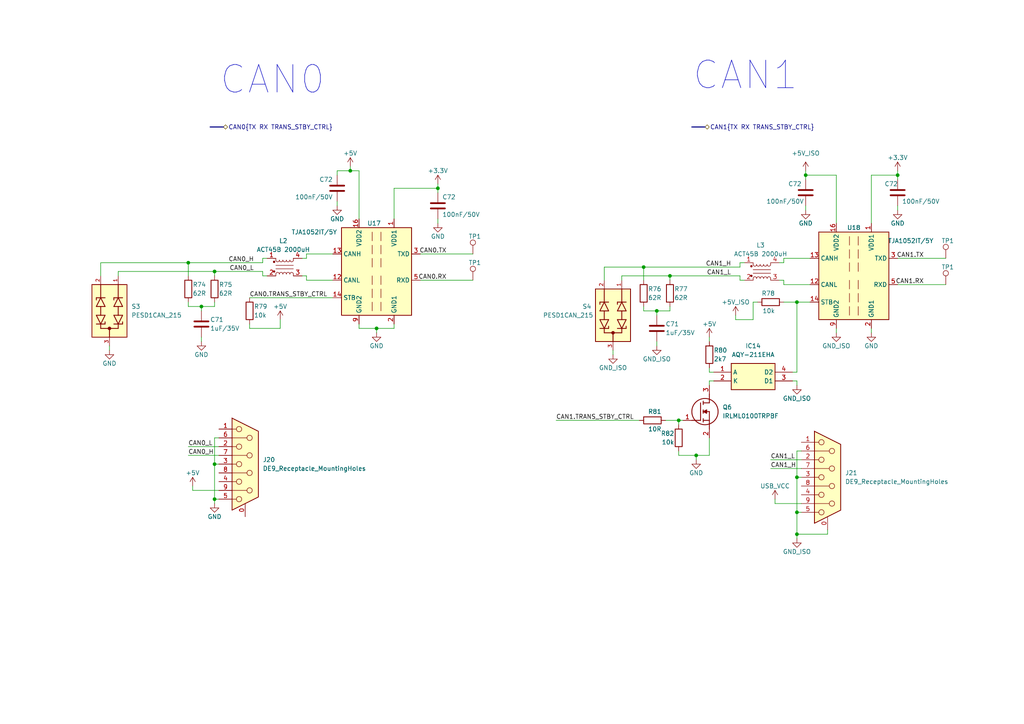
<source format=kicad_sch>
(kicad_sch (version 20230121) (generator eeschema)
  (paper "A4")
  (lib_symbols
    (symbol "+5V_ISO_1" (power) (in_bom no) (on_board no)
      (property "Value" "+5V_ISO_1" (at 0 3.81 0))
      (symbol "+5V_ISO_1_0_1"
        (polyline (pts (xy -0.762 1.27) (xy 0 2.54)))
        (polyline (pts (xy 0 0) (xy 0 2.54)))
        (polyline (pts (xy 0 2.54) (xy 0.762 1.27)))
      )
      (symbol "+5V_ISO_1_1_1"
        (pin power_in line (at 0 0 90) (length 0) hide (name "+5V_ISO") (number "1"))
      )
    )
    (symbol "+5V_ISO_2" (power) (in_bom no) (on_board no)
      (property "Value" "+5V_ISO_2" (at 0 3.81 0))
      (symbol "+5V_ISO_2_0_1"
        (polyline (pts (xy -0.762 1.27) (xy 0 2.54)))
        (polyline (pts (xy 0 0) (xy 0 2.54)))
        (polyline (pts (xy 0 2.54) (xy 0.762 1.27)))
      )
      (symbol "+5V_ISO_2_1_1"
        (pin power_in line (at 0 0 90) (length 0) hide (name "+5V_ISO") (number "1"))
      )
    )
    (symbol "AQY-211EHA:AQY-211EHA"
      (property "Reference" "IC" (at 19.05 7.62 0))
      (property "Value" "AQY-211EHA" (at 19.05 5.08 0))
      (symbol "AQY-211EHA_1_1"
        (rectangle (start 5.08 2.54) (end 17.78 -5.08) (stroke (width 0.254)) (fill (type background)))
        (pin passive line (at 0 0 0) (length 5.08) (name "A") (number "1"))
        (pin passive line (at 0 -2.54 0) (length 5.08) (name "K") (number "2"))
        (pin passive line (at 22.86 -2.54 180) (length 5.08) (name "D1") (number "3"))
        (pin passive line (at 22.86 0 180) (length 5.08) (name "D2") (number "4"))
      )
    )
    (symbol "Connector:DE9_Receptacle_MountingHoles" (pin_names (offset 1.016) hide)
      (property "Reference" "J" (at 0 16.51 0))
      (property "Value" "DE9_Receptacle_MountingHoles" (at 0 14.605 0))
      (symbol "DE9_Receptacle_MountingHoles_0_1"
        (circle (center -1.778 -10.16) (radius 0.762))
        (circle (center -1.778 -5.08) (radius 0.762))
        (circle (center -1.778 0) (radius 0.762))
        (circle (center -1.778 5.08) (radius 0.762))
        (circle (center -1.778 10.16) (radius 0.762))
        (polyline (pts (xy -3.81 -10.16) (xy -2.54 -10.16)))
        (polyline (pts (xy -3.81 -7.62) (xy 0.508 -7.62)))
        (polyline (pts (xy -3.81 -5.08) (xy -2.54 -5.08)))
        (polyline (pts (xy -3.81 -2.54) (xy 0.508 -2.54)))
        (polyline (pts (xy -3.81 0) (xy -2.54 0)))
        (polyline (pts (xy -3.81 2.54) (xy 0.508 2.54)))
        (polyline (pts (xy -3.81 5.08) (xy -2.54 5.08)))
        (polyline (pts (xy -3.81 7.62) (xy 0.508 7.62)))
        (polyline (pts (xy -3.81 10.16) (xy -2.54 10.16)))
        (polyline (pts (xy -3.81 13.335) (xy -3.81 -13.335) (xy 3.81 -9.525) (xy 3.81 9.525) (xy -3.81 13.335)) (stroke (width 0.254)) (fill (type background)))
        (circle (center 1.27 -7.62) (radius 0.762))
        (circle (center 1.27 -2.54) (radius 0.762))
        (circle (center 1.27 2.54) (radius 0.762))
        (circle (center 1.27 7.62) (radius 0.762))
      )
      (symbol "DE9_Receptacle_MountingHoles_1_1"
        (pin passive line (at 0 -15.24 90) (length 3.81) (name "PAD") (number "0"))
        (pin passive line (at -7.62 10.16 0) (length 3.81) (name "1") (number "1"))
        (pin passive line (at -7.62 5.08 0) (length 3.81) (name "2") (number "2"))
        (pin passive line (at -7.62 0 0) (length 3.81) (name "3") (number "3"))
        (pin passive line (at -7.62 -5.08 0) (length 3.81) (name "4") (number "4"))
        (pin passive line (at -7.62 -10.16 0) (length 3.81) (name "5") (number "5"))
        (pin passive line (at -7.62 7.62 0) (length 3.81) (name "6") (number "6"))
        (pin passive line (at -7.62 2.54 0) (length 3.81) (name "7") (number "7"))
        (pin passive line (at -7.62 -2.54 0) (length 3.81) (name "8") (number "8"))
        (pin passive line (at -7.62 -7.62 0) (length 3.81) (name "9") (number "9"))
      )
    )
    (symbol "Connector:TestPoint" (pin_numbers hide) (pin_names (offset 0.762) hide)
      (property "Reference" "TP" (at 0 6.858 0))
      (property "Value" "TestPoint" (at 0 5.08 0))
      (symbol "TestPoint_0_1"
        (circle (center 0 3.302) (radius 0.762))
      )
      (symbol "TestPoint_1_1"
        (pin passive line (at 0 0 90) (length 2.54) (name "1") (number "1"))
      )
    )
    (symbol "Device:C" (pin_numbers hide) (pin_names (offset 0.254))
      (property "Reference" "C" (at 0.635 2.54 0))
      (property "Value" "C" (at 0.635 -2.54 0))
      (symbol "C_0_1"
        (polyline (pts (xy -2.032 -0.762) (xy 2.032 -0.762)) (stroke (width 0.508)))
        (polyline (pts (xy -2.032 0.762) (xy 2.032 0.762)) (stroke (width 0.508)))
      )
      (symbol "C_1_1"
        (pin passive line (at 0 3.81 270) (length 2.794) (name "~") (number "1"))
        (pin passive line (at 0 -3.81 90) (length 2.794) (name "~") (number "2"))
      )
    )
    (symbol "Device:L_Iron_Coupled_1423" (pin_names (offset 0.254) hide)
      (property "Reference" "L" (at 0 4.445 0))
      (property "Value" "L_Iron_Coupled_1423" (at 0 -4.445 0))
      (symbol "L_Iron_Coupled_1423_0_1"
        (circle (center -3.048 -1.27) (radius 0.254) (fill (type outline)))
        (circle (center -3.048 1.524) (radius 0.254) (fill (type outline)))
        (arc (start -2.54 2.032) (mid -2.032 1.5262) (end -1.524 2.032))
        (arc (start -1.524 -2.032) (mid -2.032 -1.5262) (end -2.54 -2.032))
        (arc (start -1.524 2.032) (mid -1.016 1.5262) (end -0.508 2.032))
        (arc (start -0.508 -2.032) (mid -1.016 -1.5262) (end -1.524 -2.032))
        (arc (start -0.508 2.032) (mid 0 1.5262) (end 0.508 2.032))
        (polyline (pts (xy -2.54 -2.032) (xy -2.54 -2.54)))
        (polyline (pts (xy -2.54 0.508) (xy 2.54 0.508)))
        (polyline (pts (xy -2.54 2.032) (xy -2.54 2.54)))
        (polyline (pts (xy 2.54 -2.032) (xy 2.54 -2.54)))
        (polyline (pts (xy 2.54 -0.508) (xy -2.54 -0.508)))
        (polyline (pts (xy 2.54 2.54) (xy 2.54 2.032)))
        (arc (start 0.508 -2.032) (mid 0 -1.5262) (end -0.508 -2.032))
        (arc (start 0.508 2.032) (mid 1.016 1.5262) (end 1.524 2.032))
        (arc (start 1.524 -2.032) (mid 1.016 -1.5262) (end 0.508 -2.032))
        (arc (start 1.524 2.032) (mid 2.032 1.5262) (end 2.54 2.032))
        (arc (start 2.54 -2.032) (mid 2.032 -1.5262) (end 1.524 -2.032))
      )
      (symbol "L_Iron_Coupled_1423_1_1"
        (pin passive line (at -5.08 2.54 0) (length 2.54) (name "1") (number "1"))
        (pin passive line (at -5.08 -2.54 0) (length 2.54) (name "2") (number "2"))
        (pin passive line (at 5.08 -2.54 180) (length 2.54) (name "3") (number "3"))
        (pin passive line (at 5.08 2.54 180) (length 2.54) (name "4") (number "4"))
      )
    )
    (symbol "Device:R" (pin_numbers hide) (pin_names (offset 0))
      (property "Reference" "R" (at 2.032 0 90))
      (property "Value" "R" (at 0 0 90))
      (symbol "R_0_1"
        (rectangle (start -1.016 -2.54) (end 1.016 2.54) (stroke (width 0.254)))
      )
      (symbol "R_1_1"
        (pin passive line (at 0 3.81 270) (length 1.27) (name "~") (number "1"))
        (pin passive line (at 0 -3.81 90) (length 1.27) (name "~") (number "2"))
      )
    )
    (symbol "GND_ISO_1" (power) (in_bom no) (on_board no)
      (property "Value" "GND_ISO_1" (at 0 -3.81 0))
      (symbol "GND_ISO_1_0_1"
        (polyline (pts (xy 0 0) (xy 0 -1.27) (xy 1.27 -1.27) (xy 0 -2.54) (xy -1.27 -1.27) (xy 0 -1.27)))
      )
      (symbol "GND_ISO_1_1_1"
        (pin power_in line (at 0 0 270) (length 0) hide (name "GND_ISO") (number "1"))
      )
    )
    (symbol "IRLML0100TRPBF:IRLML0100TRPBF" (pin_names hide)
      (property "Reference" "Q" (at 11.43 3.81 0))
      (property "Value" "IRLML0100TRPBF" (at 11.43 1.27 0))
      (symbol "IRLML0100TRPBF_1_1"
        (polyline (pts (xy 2.54 0) (xy 5.08 0)) (stroke (width 0.254)))
        (polyline (pts (xy 5.08 5.08) (xy 5.08 0)) (stroke (width 0.254)))
        (polyline (pts (xy 5.842 -0.508) (xy 5.842 0.508)) (stroke (width 0.254)))
        (polyline (pts (xy 5.842 0) (xy 7.62 0)) (stroke (width 0.254)))
        (polyline (pts (xy 5.842 2.032) (xy 5.842 3.048)) (stroke (width 0.254)))
        (polyline (pts (xy 5.842 5.588) (xy 5.842 4.572)) (stroke (width 0.254)))
        (polyline (pts (xy 7.62 2.54) (xy 5.842 2.54)) (stroke (width 0.254)))
        (polyline (pts (xy 7.62 2.54) (xy 7.62 -2.54)) (stroke (width 0.254)))
        (polyline (pts (xy 7.62 5.08) (xy 5.842 5.08)) (stroke (width 0.254)))
        (polyline (pts (xy 7.62 5.08) (xy 7.62 7.62)) (stroke (width 0.254)))
        (polyline (pts (xy 5.842 2.54) (xy 6.858 3.048) (xy 6.858 2.032) (xy 5.842 2.54)) (stroke (width 0.254)) (fill (type outline)))
        (circle (center 6.35 2.54) (radius 3.81) (stroke (width 0.254)))
        (pin passive line (at 0 0 0) (length 2.54) (name "G") (number "1"))
        (pin passive line (at 7.62 -5.08 90) (length 2.54) (name "S") (number "2"))
        (pin passive line (at 7.62 10.16 270) (length 2.54) (name "D") (number "3"))
      )
    )
    (symbol "Interface_CAN_LIN:TJA1052i-5"
      (property "Reference" "U" (at -10.16 13.97 0))
      (property "Value" "TJA1052i-5" (at 17.78 13.97 0))
      (symbol "TJA1052i-5_0_1"
        (rectangle (start -10.16 12.7) (end 10.16 -12.7) (stroke (width 0.254)) (fill (type background)))
        (polyline (pts (xy -1.27 -11.43) (xy -1.27 -8.89)))
        (polyline (pts (xy -1.27 3.81) (xy -1.27 1.27)))
        (polyline (pts (xy -1.27 7.62) (xy -1.27 5.08)))
        (polyline (pts (xy -1.27 11.43) (xy -1.27 8.89)))
        (polyline (pts (xy 1.27 -11.43) (xy 1.27 -8.89)))
        (polyline (pts (xy 1.27 -7.62) (xy 1.27 -5.08)))
        (polyline (pts (xy 1.27 -3.81) (xy 1.27 -1.27)))
        (polyline (pts (xy 1.27 1.27) (xy 1.27 3.81)))
        (polyline (pts (xy 1.27 5.08) (xy 1.27 7.62)))
        (polyline (pts (xy 1.27 8.89) (xy 1.27 11.43)))
        (polyline (pts (xy -1.27 -7.62) (xy -1.27 -6.35) (xy -1.27 -5.08)))
        (polyline (pts (xy -1.27 -3.81) (xy -1.27 -2.54) (xy -1.27 -1.27)))
      )
      (symbol "TJA1052i-5_1_1"
        (pin power_in line (at -5.08 15.24 270) (length 2.54) (name "VDD1") (number "1"))
        (pin passive line (at 5.08 -15.24 90) (length 2.54) hide (name "GND2") (number "10"))
        (pin passive line (at 5.08 15.24 270) (length 2.54) hide (name "VDD2") (number "11"))
        (pin bidirectional line (at 12.7 -2.54 180) (length 2.54) (name "CANL") (number "12"))
        (pin bidirectional line (at 12.7 5.08 180) (length 2.54) (name "CANH") (number "13"))
        (pin input line (at 12.7 -7.62 180) (length 2.54) (name "STB") (number "14"))
        (pin passive line (at 5.08 -15.24 90) (length 2.54) hide (name "GND2") (number "15"))
        (pin power_in line (at 5.08 15.24 270) (length 2.54) (name "VDD2") (number "16"))
        (pin power_in line (at -5.08 -15.24 90) (length 2.54) (name "GND1") (number "2"))
        (pin input line (at -12.7 5.08 0) (length 2.54) (name "TXD") (number "3"))
        (pin no_connect line (at -10.16 -7.62 0) (length 2.54) hide (name "NC") (number "4"))
        (pin output line (at -12.7 -2.54 0) (length 2.54) (name "RXD") (number "5"))
        (pin no_connect line (at -10.16 -10.16 0) (length 2.54) hide (name "NC") (number "6"))
        (pin passive line (at -5.08 -15.24 90) (length 2.54) hide (name "GND1") (number "7"))
        (pin passive line (at -5.08 -15.24 90) (length 2.54) hide (name "GND1") (number "8"))
        (pin power_in line (at 5.08 -15.24 90) (length 2.54) (name "GND2") (number "9"))
      )
    )
    (symbol "PESD1CAN_215:PESD1CAN_215" (pin_names (offset 1.016))
      (property "Reference" "S" (at -7.62 6.35 0))
      (property "Value" "PESD1CAN_215" (at -7.62 -10.16 0))
      (symbol "PESD1CAN_215_0_0"
        (rectangle (start -7.62 -5.08) (end 7.62 5.08) (stroke (width 0.254)) (fill (type background)))
        (polyline (pts (xy -7.62 -2.54) (xy -3.81 -2.54)) (stroke (width 0.254)))
        (polyline (pts (xy -7.62 2.54) (xy -3.81 2.54)) (stroke (width 0.254)))
        (polyline (pts (xy -3.81 -3.81) (xy -3.81 -2.54)) (stroke (width 0.254)))
        (polyline (pts (xy -3.81 -2.54) (xy -3.81 -1.27)) (stroke (width 0.254)))
        (polyline (pts (xy -3.81 -2.54) (xy -1.27 -3.81)) (stroke (width 0.254)))
        (polyline (pts (xy -3.81 1.27) (xy -3.81 2.54)) (stroke (width 0.254)))
        (polyline (pts (xy -3.81 2.54) (xy -3.81 3.81)) (stroke (width 0.254)))
        (polyline (pts (xy -3.81 2.54) (xy -1.27 1.27)) (stroke (width 0.254)))
        (polyline (pts (xy -3.175 -3.81) (xy -3.81 -3.81)) (stroke (width 0.254)))
        (polyline (pts (xy -3.175 1.27) (xy -3.81 1.27)) (stroke (width 0.254)))
        (polyline (pts (xy -1.27 -3.81) (xy -1.27 -2.54)) (stroke (width 0.254)))
        (polyline (pts (xy -1.27 -2.54) (xy -1.27 -1.27)) (stroke (width 0.254)))
        (polyline (pts (xy -1.27 -2.54) (xy 1.27 -2.54)) (stroke (width 0.254)))
        (polyline (pts (xy -1.27 -1.27) (xy -3.81 -2.54)) (stroke (width 0.254)))
        (polyline (pts (xy -1.27 1.27) (xy -1.27 2.54)) (stroke (width 0.254)))
        (polyline (pts (xy -1.27 2.54) (xy -1.27 3.81)) (stroke (width 0.254)))
        (polyline (pts (xy -1.27 2.54) (xy 1.27 2.54)) (stroke (width 0.254)))
        (polyline (pts (xy -1.27 3.81) (xy -3.81 2.54)) (stroke (width 0.254)))
        (polyline (pts (xy 1.27 -3.81) (xy 3.81 -2.54)) (stroke (width 0.254)))
        (polyline (pts (xy 1.27 -2.54) (xy 1.27 -3.81)) (stroke (width 0.254)))
        (polyline (pts (xy 1.27 -1.27) (xy 1.27 -2.54)) (stroke (width 0.254)))
        (polyline (pts (xy 1.27 1.27) (xy 3.81 2.54)) (stroke (width 0.254)))
        (polyline (pts (xy 1.27 2.54) (xy 1.27 1.27)) (stroke (width 0.254)))
        (polyline (pts (xy 1.27 3.81) (xy 1.27 2.54)) (stroke (width 0.254)))
        (polyline (pts (xy 3.175 -1.27) (xy 3.81 -1.27)) (stroke (width 0.254)))
        (polyline (pts (xy 3.175 3.81) (xy 3.81 3.81)) (stroke (width 0.254)))
        (polyline (pts (xy 3.81 -2.54) (xy 1.27 -1.27)) (stroke (width 0.254)))
        (polyline (pts (xy 3.81 -2.54) (xy 3.81 -3.81)) (stroke (width 0.254)))
        (polyline (pts (xy 3.81 -1.27) (xy 3.81 -2.54)) (stroke (width 0.254)))
        (polyline (pts (xy 3.81 2.54) (xy 1.27 3.81)) (stroke (width 0.254)))
        (polyline (pts (xy 3.81 2.54) (xy 3.81 1.27)) (stroke (width 0.254)))
        (polyline (pts (xy 3.81 3.81) (xy 3.81 2.54)) (stroke (width 0.254)))
        (polyline (pts (xy 5.08 -2.54) (xy 3.81 -2.54)) (stroke (width 0.254)))
        (polyline (pts (xy 5.08 0) (xy 5.08 -2.54)) (stroke (width 0.254)))
        (polyline (pts (xy 5.08 0) (xy 7.62 0)) (stroke (width 0.254)))
        (polyline (pts (xy 5.08 2.54) (xy 3.81 2.54)) (stroke (width 0.254)))
        (polyline (pts (xy 5.08 2.54) (xy 5.08 0)) (stroke (width 0.254)))
        (circle (center 5.08 0) (radius 0.254) (stroke (width 0.508)))
        (pin passive line (at -10.16 2.54 0) (length 2.54) (name "~") (number "1"))
        (pin passive line (at -10.16 -2.54 0) (length 2.54) (name "~") (number "2"))
        (pin passive line (at 10.16 0 180) (length 2.54) (name "~") (number "3"))
      )
    )
    (symbol "bmsPower_Symbols:+3V3_0" (power) (in_bom no) (on_board no)
      (property "Value" "+3V3_0" (at 0 3.302 0))
      (symbol "+3V3_0_0_1"
        (polyline (pts (xy -0.762 1.27) (xy 0 2.54)))
        (polyline (pts (xy 0 0) (xy 0 2.54)))
        (polyline (pts (xy 0 2.54) (xy 0.762 1.27)))
      )
      (symbol "+3V3_0_1_1"
        (pin power_in line (at 0 0 90) (length 0) hide (name "+3.3V") (number "1"))
      )
    )
    (symbol "bmsPower_Symbols:+5V_ISO" (power) (in_bom no) (on_board no)
      (property "Value" "+5V_ISO" (at 0 3.302 0))
      (symbol "+5V_ISO_0_1"
        (polyline (pts (xy -0.762 1.27) (xy 0 2.54)))
        (polyline (pts (xy 0 0) (xy 0 2.54)))
        (polyline (pts (xy 0 2.54) (xy 0.762 1.27)))
      )
      (symbol "+5V_ISO_1_1"
        (pin power_in line (at 0 0 90) (length 0) hide (name "USB_VCC") (number "1"))
      )
    )
    (symbol "bmsPower_Symbols:GND_0" (power) (in_bom no) (on_board no)
      (property "Value" "GND_0" (at 0 -4.064 0))
      (symbol "GND_0_0_1"
        (polyline (pts (xy 0 0) (xy 0 -1.27) (xy 1.27 -1.27) (xy 0 -2.54) (xy -1.27 -1.27) (xy 0 -1.27)))
      )
      (symbol "GND_0_1_1"
        (pin power_in line (at 0 0 270) (length 0) hide (name "GND") (number "1"))
      )
    )
    (symbol "bmsPower_Symbols:GND_ISO" (power) (in_bom no) (on_board no)
      (property "Value" "GND_ISO" (at 0 -4.064 0))
      (symbol "GND_ISO_0_1"
        (polyline (pts (xy 0 0) (xy 0 -1.27) (xy 1.27 -1.27) (xy 0 -2.54) (xy -1.27 -1.27) (xy 0 -1.27)))
      )
      (symbol "GND_ISO_1_1"
        (pin power_in line (at 0 0 270) (length 0) hide (name "GND") (number "1"))
      )
    )
    (symbol "power:+5V" (power) (pin_names (offset 0))
      (property "Value" "+5V" (at 0 3.556 0))
      (symbol "+5V_0_1"
        (polyline (pts (xy -0.762 1.27) (xy 0 2.54)))
        (polyline (pts (xy 0 0) (xy 0 2.54)))
        (polyline (pts (xy 0 2.54) (xy 0.762 1.27)))
      )
      (symbol "+5V_1_1"
        (pin power_in line (at 0 0 90) (length 0) hide (name "+5V") (number "1"))
      )
    )
  )
  (junction (at 62.23 134.62))
  (junction (at 54.61 76.2))
  (junction (at 109.22 95.25))
  (junction (at 101.6 49.53))
  (junction (at 233.68 50.8))
  (junction (at 58.42 88.9))
  (junction (at 260.35 50.8))
  (junction (at 62.23 78.74))
  (junction (at 186.69 77.47))
  (junction (at 194.31 80.01))
  (junction (at 231.14 154.94))
  (junction (at 231.14 87.63))
  (junction (at 62.23 144.78))
  (junction (at 190.5 90.17))
  (junction (at 127 54.61))
  (junction (at 196.85 121.92))
  (junction (at 201.93 132.08))
  (junction (at 231.14 148.59))
  (junction (at 231.14 138.43))
  (wire (pts (xy 109.22 95.25) (xy 114.3 95.25)))
  (wire (pts (xy 76.2 80.01) (xy 77.47 80.01)))
  (wire (pts (xy 224.79 144.78) (xy 224.79 146.05)))
  (wire (pts (xy 231.14 87.63) (xy 234.95 87.63)))
  (wire (pts (xy 226.06 76.2) (xy 227.33 76.2)))
  (wire (pts (xy 180.34 80.01) (xy 180.34 81.28)))
  (wire (pts (xy 62.23 134.62) (xy 62.23 144.78)))
  (wire (pts (xy 233.68 50.8) (xy 242.57 50.8)))
  (wire (pts (xy 231.14 87.63) (xy 231.14 107.95)))
  (wire (pts (xy 54.61 129.54) (xy 63.5 129.54)))
  (wire (pts (xy 218.44 87.63) (xy 218.44 92.71)))
  (wire (pts (xy 76.2 78.74) (xy 76.2 80.01)))
  (wire (pts (xy 205.74 107.95) (xy 207.01 107.95)))
  (wire (pts (xy 101.6 48.26) (xy 101.6 49.53)))
  (wire (pts (xy 231.14 138.43) (xy 232.41 138.43)))
  (wire (pts (xy 218.44 87.63) (xy 219.71 87.63)))
  (wire (pts (xy 34.29 78.74) (xy 62.23 78.74)))
  (wire (pts (xy 274.32 74.93) (xy 260.35 74.93)))
  (wire (pts (xy 196.85 121.92) (xy 193.04 121.92)))
  (wire (pts (xy 231.14 110.49) (xy 231.14 111.76)))
  (wire (pts (xy 76.2 76.2) (xy 76.2 74.93)))
  (wire (pts (xy 54.61 76.2) (xy 54.61 80.01)))
  (wire (pts (xy 88.9 73.66) (xy 96.52 73.66)))
  (wire (pts (xy 231.14 138.43) (xy 231.14 148.59)))
  (wire (pts (xy 55.88 140.97) (xy 55.88 142.24)))
  (wire (pts (xy 205.74 106.68) (xy 205.74 107.95)))
  (wire (pts (xy 109.22 95.25) (xy 104.14 95.25)))
  (wire (pts (xy 29.21 76.2) (xy 54.61 76.2)))
  (wire (pts (xy 62.23 134.62) (xy 63.5 134.62)))
  (wire (pts (xy 62.23 78.74) (xy 62.23 80.01)))
  (wire (pts (xy 231.14 154.94) (xy 231.14 156.21)))
  (wire (pts (xy 224.79 146.05) (xy 232.41 146.05)))
  (wire (pts (xy 175.26 77.47) (xy 186.69 77.47)))
  (wire (pts (xy 214.63 80.01) (xy 214.63 81.28)))
  (wire (pts (xy 205.74 110.49) (xy 205.74 111.76)))
  (wire (pts (xy 55.88 142.24) (xy 63.5 142.24)))
  (wire (pts (xy 97.79 49.53) (xy 101.6 49.53)))
  (wire (pts (xy 88.9 81.28) (xy 96.52 81.28)))
  (wire (pts (xy 54.61 87.63) (xy 54.61 88.9)))
  (wire (pts (xy 88.9 80.01) (xy 88.9 81.28)))
  (wire (pts (xy 231.14 148.59) (xy 232.41 148.59)))
  (wire (pts (xy 213.36 91.44) (xy 213.36 92.71)))
  (wire (pts (xy 201.93 133.35) (xy 201.93 132.08)))
  (wire (pts (xy 260.35 82.55) (xy 274.32 82.55)))
  (wire (pts (xy 231.14 130.81) (xy 231.14 138.43)))
  (wire (pts (xy 229.87 110.49) (xy 231.14 110.49)))
  (bus (pts (xy 60.96 36.83) (xy 64.77 36.83)))
  (wire (pts (xy 97.79 49.53) (xy 97.79 50.8)))
  (wire (pts (xy 121.92 81.28) (xy 137.16 81.28)))
  (wire (pts (xy 34.29 78.74) (xy 34.29 80.01)))
  (wire (pts (xy 190.5 90.17) (xy 194.31 90.17)))
  (bus (pts (xy 200.66 36.83) (xy 204.47 36.83)))
  (wire (pts (xy 114.3 54.61) (xy 127 54.61)))
  (wire (pts (xy 190.5 90.17) (xy 190.5 91.44)))
  (wire (pts (xy 72.39 86.36) (xy 96.52 86.36)))
  (wire (pts (xy 226.06 81.28) (xy 227.33 81.28)))
  (wire (pts (xy 205.74 110.49) (xy 207.01 110.49)))
  (wire (pts (xy 233.68 50.8) (xy 233.68 52.07)))
  (wire (pts (xy 62.23 127) (xy 63.5 127)))
  (wire (pts (xy 231.14 148.59) (xy 231.14 154.94)))
  (wire (pts (xy 205.74 127) (xy 205.74 132.08)))
  (wire (pts (xy 198.12 121.92) (xy 196.85 121.92)))
  (wire (pts (xy 29.21 76.2) (xy 29.21 80.01)))
  (wire (pts (xy 62.23 87.63) (xy 62.23 88.9)))
  (wire (pts (xy 227.33 74.93) (xy 234.95 74.93)))
  (wire (pts (xy 101.6 49.53) (xy 104.14 49.53)))
  (wire (pts (xy 214.63 81.28) (xy 215.9 81.28)))
  (wire (pts (xy 214.63 76.2) (xy 215.9 76.2)))
  (wire (pts (xy 252.73 50.8) (xy 252.73 64.77)))
  (wire (pts (xy 233.68 49.53) (xy 233.68 50.8)))
  (wire (pts (xy 72.39 95.25) (xy 81.28 95.25)))
  (wire (pts (xy 58.42 88.9) (xy 62.23 88.9)))
  (wire (pts (xy 252.73 96.52) (xy 252.73 95.25)))
  (wire (pts (xy 242.57 96.52) (xy 242.57 95.25)))
  (wire (pts (xy 161.29 121.92) (xy 185.42 121.92)))
  (wire (pts (xy 227.33 81.28) (xy 227.33 82.55)))
  (wire (pts (xy 260.35 49.53) (xy 260.35 50.8)))
  (wire (pts (xy 227.33 74.93) (xy 227.33 76.2)))
  (wire (pts (xy 104.14 95.25) (xy 104.14 93.98)))
  (wire (pts (xy 223.52 135.89) (xy 232.41 135.89)))
  (wire (pts (xy 194.31 88.9) (xy 194.31 90.17)))
  (wire (pts (xy 109.22 95.25) (xy 109.22 96.52)))
  (wire (pts (xy 240.03 153.67) (xy 240.03 154.94)))
  (wire (pts (xy 81.28 92.71) (xy 81.28 95.25)))
  (wire (pts (xy 31.75 101.6) (xy 31.75 100.33)))
  (wire (pts (xy 54.61 76.2) (xy 76.2 76.2)))
  (wire (pts (xy 114.3 93.98) (xy 114.3 95.25)))
  (wire (pts (xy 205.74 97.79) (xy 205.74 99.06)))
  (wire (pts (xy 252.73 50.8) (xy 260.35 50.8)))
  (wire (pts (xy 88.9 73.66) (xy 88.9 74.93)))
  (wire (pts (xy 231.14 154.94) (xy 240.03 154.94)))
  (wire (pts (xy 227.33 82.55) (xy 234.95 82.55)))
  (wire (pts (xy 76.2 74.93) (xy 77.47 74.93)))
  (wire (pts (xy 196.85 121.92) (xy 196.85 123.19)))
  (wire (pts (xy 87.63 74.93) (xy 88.9 74.93)))
  (wire (pts (xy 127 53.34) (xy 127 54.61)))
  (wire (pts (xy 175.26 77.47) (xy 175.26 81.28)))
  (wire (pts (xy 260.35 59.69) (xy 260.35 60.96)))
  (wire (pts (xy 242.57 50.8) (xy 242.57 64.77)))
  (wire (pts (xy 54.61 132.08) (xy 63.5 132.08)))
  (wire (pts (xy 104.14 49.53) (xy 104.14 63.5)))
  (wire (pts (xy 227.33 87.63) (xy 231.14 87.63)))
  (wire (pts (xy 186.69 88.9) (xy 186.69 90.17)))
  (wire (pts (xy 229.87 107.95) (xy 231.14 107.95)))
  (wire (pts (xy 62.23 144.78) (xy 62.23 146.05)))
  (wire (pts (xy 186.69 90.17) (xy 190.5 90.17)))
  (wire (pts (xy 186.69 77.47) (xy 186.69 81.28)))
  (wire (pts (xy 127 54.61) (xy 127 55.88)))
  (wire (pts (xy 62.23 78.74) (xy 76.2 78.74)))
  (wire (pts (xy 190.5 100.33) (xy 190.5 99.06)))
  (wire (pts (xy 180.34 80.01) (xy 194.31 80.01)))
  (wire (pts (xy 231.14 130.81) (xy 232.41 130.81)))
  (wire (pts (xy 58.42 99.06) (xy 58.42 97.79)))
  (wire (pts (xy 58.42 88.9) (xy 58.42 90.17)))
  (wire (pts (xy 121.92 73.66) (xy 137.16 73.66)))
  (wire (pts (xy 223.52 133.35) (xy 232.41 133.35)))
  (wire (pts (xy 196.85 130.81) (xy 196.85 132.08)))
  (wire (pts (xy 186.69 77.47) (xy 214.63 77.47)))
  (wire (pts (xy 114.3 54.61) (xy 114.3 63.5)))
  (wire (pts (xy 205.74 132.08) (xy 201.93 132.08)))
  (wire (pts (xy 213.36 92.71) (xy 218.44 92.71)))
  (wire (pts (xy 62.23 144.78) (xy 63.5 144.78)))
  (wire (pts (xy 87.63 80.01) (xy 88.9 80.01)))
  (wire (pts (xy 54.61 88.9) (xy 58.42 88.9)))
  (wire (pts (xy 72.39 93.98) (xy 72.39 95.25)))
  (wire (pts (xy 214.63 76.2) (xy 214.63 77.47)))
  (wire (pts (xy 177.8 102.87) (xy 177.8 101.6)))
  (wire (pts (xy 233.68 60.96) (xy 233.68 59.69)))
  (wire (pts (xy 97.79 59.69) (xy 97.79 58.42)))
  (wire (pts (xy 194.31 80.01) (xy 214.63 80.01)))
  (wire (pts (xy 194.31 80.01) (xy 194.31 81.28)))
  (wire (pts (xy 201.93 132.08) (xy 196.85 132.08)))
  (wire (pts (xy 127 63.5) (xy 127 64.77)))
  (wire (pts (xy 260.35 50.8) (xy 260.35 52.07)))
  (wire (pts (xy 62.23 127) (xy 62.23 134.62)))
  (text "CAN1" (at 200.66 26.67 0) (effects (font (size 8 8)) (justify left bottom)))
  (text "CAN0" (at 63.5 27.94 0) (effects (font (size 8 8)) (justify left bottom)))
  (label "CAN0_H" (at 54.61 132.08 0))
  (label "CAN0.TRANS_STBY_CTRL" (at 72.39 86.36 0))
  (label "CAN0_L" (at 54.61 129.54 0))
  (label "CAN1_H" (at 212.09 77.47 180))
  (label "CAN1_L" (at 212.09 80.01 180))
  (label "CAN1_H" (at 223.52 135.89 0))
  (label "CAN1_L" (at 223.52 133.35 0))
  (label "CAN1.RX" (at 267.97 82.55 180))
  (label "CAN0_L" (at 73.66 78.74 180))
  (label "CAN0_H" (at 73.66 76.2 180))
  (label "CAN0.TX" (at 129.54 73.66 180))
  (label "CAN1.TRANS_STBY_CTRL" (at 161.29 121.92 0))
  (label "CAN1.TX" (at 267.97 74.93 180))
  (label "CAN0.RX" (at 129.54 81.28 180))
  (hierarchical_label "CAN1{TX RX TRANS_STBY_CTRL}" (shape bidirectional) (at 204.47 36.83 0))
  (hierarchical_label "CAN0{TX RX TRANS_STBY_CTRL}" (shape bidirectional) (at 64.77 36.83 0))
  (symbol (lib_id "bmsPower_Symbols:GND_0") (at 109.22 96.52 0) (mirror y) (unit 1) (in_bom no) (on_board no)
    (property "Reference" "#PWR0162" (effects hide))
    (property "Value" "GND_0" (at 109.22 100.33 0))
  )
  (symbol (lib_id "Device:R") (at 54.61 83.82 0) (unit 1)
    (property "Reference" "R74" (at 55.88 82.55 0) (effects (justify left)))
    (property "Value" "62R" (at 55.88 85.09 0) (effects (justify left)))
    (property "Footprint" "Resistor_SMD:R_0603_1608Metric" (effects hide))
  )
  (symbol (lib_name "GND_ISO_1") (lib_id "bmsPower_Symbols:GND_ISO") (at 177.8 102.87 0) (unit 1) (in_bom no) (on_board no)
    (property "Reference" "#PWR0188" (effects hide))
    (property "Value" "GND_ISO" (at 177.8 106.68 0))
    (instances (project "BMS-Master" (path "" (reference "#PWR0188") (unit 1)) (path "" (reference "#PWR0169") (unit 1))))
  )
  (symbol (lib_name "+5V_ISO_1") (lib_id "bmsPower_Symbols:+5V_ISO") (at 233.68 49.53 0) (unit 1) (in_bom no) (on_board no)
    (property "Reference" "#PWR0153" (effects hide))
    (property "Value" "+5V_ISO" (at 233.68 44.45 0))
  )
  (symbol (lib_id "Device:R") (at 194.31 85.09 0) (unit 1)
    (property "Reference" "R77" (at 195.58 83.82 0) (effects (justify left)))
    (property "Value" "62R" (at 195.58 86.36 0) (effects (justify left)))
    (property "Footprint" "Resistor_SMD:R_0603_1608Metric" (effects hide))
  )
  (symbol (lib_id "Device:R") (at 205.74 102.87 0) (unit 1)
    (property "Reference" "R80" (at 207.01 101.6 0) (effects (justify left)))
    (property "Value" "2k7" (at 207.01 104.14 0) (effects (justify left)))
    (property "Footprint" "Resistor_SMD:R_0603_1608Metric" (effects hide))
  )
  (symbol (lib_id "Interface_CAN_LIN:TJA1052i-5") (at 247.65 80.01 0) (mirror y) (unit 1)
    (property "Reference" "U18" (at 247.65 66.04 0))
    (property "Value" "TJA1052IT/5Y" (at 264.16 69.85 0))
    (property "Footprint" "Package_SO:SOIC-16W_7.5x10.3mm_P1.27mm" (effects hide))
    (property "Datasheet" "https://www.nxp.com/docs/en/data-sheet/TJA1052I.pdf" (effects hide))
  )
  (symbol (lib_id "bmsPower_Symbols:GND_0") (at 127 64.77 0) (mirror y) (unit 1) (in_bom no) (on_board no)
    (property "Reference" "#PWR0159" (effects hide))
    (property "Value" "GND_0" (at 127 68.58 0))
  )
  (symbol (lib_id "PESD1CAN_215:PESD1CAN_215") (at 31.75 90.17 270) (unit 1)
    (property "Reference" "S3" (at 38.1 88.9 90) (effects (justify left)))
    (property "Value" "PESD1CAN_215" (at 38.1 91.44 90) (effects (justify left)))
    (property "Footprint" "PESD1CAN:DIO_PESD1CAN_215" (effects hide))
    (property "MF" "NXP Semiconductors" (effects hide))
    (property "DESCRIPTION" "ESD Suppressor Diode TVS Bi-Dir 24V Automotive 3-Pin SOT-23 T/R" (effects hide))
    (property "PACKAGE" "TO-236-3 Nexperia USA Inc." (effects hide))
    (property "PRICE" "None" (effects hide))
    (property "Package" "None" (effects hide))
    (property "Check_prices" "https://www.snapeda.com/parts/PESD1CAN,215/NXP+Semiconductors/view-part/?ref=eda" (effects hide))
    (property "Price" "None" (effects hide))
    (property "SnapEDA_Link" "https://www.snapeda.com/parts/PESD1CAN,215/NXP+Semiconductors/view-part/?ref=snap" (effects hide))
    (property "MP" "PESD1CAN,215" (effects hide))
    (property "Description" "\nNXP ESD protection diode, 24 V 200 W SOT-23-3\n" (effects hide))
    (property "Availability" "Not in stock" (effects hide))
    (property "AVAILABILITY" "In Stock" (effects hide))
    (property "PURCHASE-URL" "https://pricing.snapeda.com/search/part/PESD1CAN,215/?ref=eda" (effects hide))
  )
  (symbol (lib_id "bmsPower_Symbols:GND_0") (at 58.42 99.06 0) (mirror y) (unit 1) (in_bom no) (on_board no)
    (property "Reference" "#PWR0166" (effects hide))
    (property "Value" "GND_0" (at 58.42 102.87 0))
  )
  (symbol (lib_name "GND_ISO_1") (lib_id "bmsPower_Symbols:GND_ISO") (at 231.14 156.21 0) (unit 1) (in_bom no) (on_board no)
    (property "Reference" "#PWR0188" (effects hide))
    (property "Value" "GND_ISO" (at 231.14 160.02 0))
    (instances (project "BMS-Master" (path "" (reference "#PWR0188") (unit 1)) (path "" (reference "#PWR0175") (unit 1))))
  )
  (symbol (lib_id "Interface_CAN_LIN:TJA1052i-5") (at 109.22 78.74 0) (mirror y) (unit 1)
    (property "Reference" "U17" (at 110.49 64.77 0) (effects (justify left)))
    (property "Value" "TJA1052IT/5Y" (at 97.79 67.31 0) (effects (justify left)))
    (property "Footprint" "Package_SO:SOIC-16W_7.5x10.3mm_P1.27mm" (effects hide))
    (property "Datasheet" "https://www.nxp.com/docs/en/data-sheet/TJA1052I.pdf" (effects hide))
  )
  (symbol (lib_id "bmsPower_Symbols:GND_0") (at 62.23 146.05 0) (mirror y) (unit 1) (in_bom no) (on_board no)
    (property "Reference" "#PWR0174" (effects hide))
    (property "Value" "GND_0" (at 62.23 149.86 0))
  )
  (symbol (lib_id "bmsPower_Symbols:GND_0") (at 260.35 60.96 0) (mirror y) (unit 1) (in_bom no) (on_board no)
    (property "Reference" "#PWR0158" (effects hide))
    (property "Value" "GND_0" (at 260.35 64.77 0))
  )
  (symbol (lib_id "Connector:TestPoint") (at 137.16 81.28 0) (unit 1)
    (property "Reference" "TP1" (at 135.89 76.2 0) (effects (justify left)))
    (property "Value" "TestPoint" (effects hide))
    (property "Footprint" "TestPoint:TestPoint_Keystone_5000-5004_Miniature" (effects hide))
    (instances (project "BMS-Master" (path "" (reference "TP1") (unit 1)) (path "" (reference "TP29") (unit 1))))
  )
  (symbol (lib_id "Device:R") (at 62.23 83.82 0) (unit 1)
    (property "Reference" "R75" (at 63.5 82.55 0) (effects (justify left)))
    (property "Value" "62R" (at 63.5 85.09 0) (effects (justify left)))
    (property "Footprint" "Resistor_SMD:R_0603_1608Metric" (effects hide))
  )
  (symbol (lib_id "Device:R") (at 186.69 85.09 0) (unit 1)
    (property "Reference" "R76" (at 187.96 83.82 0) (effects (justify left)))
    (property "Value" "62R" (at 187.96 86.36 0) (effects (justify left)))
    (property "Footprint" "Resistor_SMD:R_0603_1608Metric" (effects hide))
  )
  (symbol (lib_id "Device:C") (at 190.5 95.25 0) (unit 1)
    (property "Reference" "C71" (at 193.04 93.98 0) (effects (justify left)))
    (property "Value" "1uF/35V" (at 193.04 96.52 0) (effects (justify left)))
    (property "Footprint" "Capacitor_SMD:C_0603_1608Metric" (effects hide))
    (instances (project "BMS-Master" (path "" (reference "C71") (unit 1)) (path "" (reference "C92") (unit 1))))
  )
  (symbol (lib_name "GND_ISO_1") (lib_id "bmsPower_Symbols:GND_ISO") (at 231.14 111.76 0) (unit 1) (in_bom no) (on_board no)
    (property "Reference" "#PWR0188" (effects hide))
    (property "Value" "GND_ISO" (at 231.14 115.57 0))
    (instances (project "BMS-Master" (path "" (reference "#PWR0188") (unit 1)) (path "" (reference "#PWR0170") (unit 1))))
  )
  (symbol (lib_id "bmsPower_Symbols:GND_0") (at 252.73 96.52 0) (mirror y) (unit 1) (in_bom no) (on_board no)
    (property "Reference" "#PWR0164" (effects hide))
    (property "Value" "GND_0" (at 252.73 100.33 0))
  )
  (symbol (lib_id "Device:R") (at 223.52 87.63 90) (mirror x) (unit 1)
    (property "Reference" "R78" (at 224.79 85.09 90) (effects (justify left)))
    (property "Value" "10k" (at 224.79 90.17 90) (effects (justify left)))
    (property "Footprint" "Resistor_SMD:R_0603_1608Metric" (effects hide))
  )
  (symbol (lib_id "Device:R") (at 72.39 90.17 0) (unit 1)
    (property "Reference" "R79" (at 73.66 88.9 0) (effects (justify left)))
    (property "Value" "10k" (at 73.66 91.44 0) (effects (justify left)))
    (property "Footprint" "Resistor_SMD:R_0603_1608Metric" (effects hide))
  )
  (symbol (lib_id "bmsPower_Symbols:+3V3_0") (at 127 53.34 0) (unit 1) (in_bom no) (on_board no)
    (property "Reference" "#PWR0155" (effects hide))
    (property "Value" "+3V3_0" (at 127 49.53 0))
  )
  (symbol (lib_id "Device:C") (at 97.79 54.61 180) (unit 1)
    (property "Reference" "C72" (at 96.52 52.07 0) (effects (justify left)))
    (property "Value" "100nF/50V" (at 96.52 57.15 0) (effects (justify left)))
    (property "Footprint" "Capacitor_SMD:C_0603_1608Metric" (effects hide))
    (instances (project "BMS-Master" (path "" (reference "C72") (unit 1)) (path "" (reference "C87") (unit 1))))
  )
  (symbol (lib_id "Connector:TestPoint") (at 137.16 73.66 0) (unit 1)
    (property "Reference" "TP1" (at 135.89 68.58 0) (effects (justify left)))
    (property "Value" "TestPoint" (effects hide))
    (property "Footprint" "TestPoint:TestPoint_Keystone_5000-5004_Miniature" (effects hide))
    (instances (project "BMS-Master" (path "" (reference "TP1") (unit 1)) (path "" (reference "TP27") (unit 1))))
  )
  (symbol (lib_id "power:+5V") (at 101.6 48.26 0) (unit 1)
    (property "Reference" "#PWR0152" (effects hide))
    (property "Value" "+5V" (at 101.6 44.45 0))
  )
  (symbol (lib_id "Connector:TestPoint") (at 274.32 74.93 0) (unit 1)
    (property "Reference" "TP1" (at 273.05 69.85 0) (effects (justify left)))
    (property "Value" "TestPoint" (effects hide))
    (property "Footprint" "TestPoint:TestPoint_Keystone_5000-5004_Miniature" (effects hide))
    (instances (project "BMS-Master" (path "" (reference "TP1") (unit 1)) (path "" (reference "TP28") (unit 1))))
  )
  (symbol (lib_id "power:+5V") (at 205.74 97.79 0) (unit 1)
    (property "Reference" "#PWR0165" (effects hide))
    (property "Value" "+5V" (at 205.74 93.98 0))
  )
  (symbol (lib_id "bmsPower_Symbols:+5V_ISO") (at 224.79 144.78 0) (unit 1) (in_bom no) (on_board no)
    (property "Reference" "#PWR0173" (effects hide))
    (property "Value" "+5V_ISO" (at 224.79 140.97 0))
  )
  (symbol (lib_name "GND_ISO_1") (lib_id "bmsPower_Symbols:GND_ISO") (at 190.5 100.33 0) (unit 1) (in_bom no) (on_board no)
    (property "Reference" "#PWR0188" (effects hide))
    (property "Value" "GND_ISO" (at 190.5 104.14 0))
    (instances (project "BMS-Master" (path "" (reference "#PWR0188") (unit 1)) (path "" (reference "#PWR0167") (unit 1))))
  )
  (symbol (lib_id "power:+5V") (at 81.28 92.71 0) (unit 1)
    (property "Reference" "#PWR0161" (effects hide))
    (property "Value" "+5V" (at 81.28 88.9 0))
  )
  (symbol (lib_id "PESD1CAN_215:PESD1CAN_215") (at 177.8 91.44 270) (unit 1)
    (property "Reference" "S4" (at 168.91 88.9 90) (effects (justify left)))
    (property "Value" "PESD1CAN_215" (at 157.48 91.44 90) (effects (justify left)))
    (property "Footprint" "PESD1CAN:DIO_PESD1CAN_215" (effects hide))
    (property "MF" "NXP Semiconductors" (effects hide))
    (property "DESCRIPTION" "ESD Suppressor Diode TVS Bi-Dir 24V Automotive 3-Pin SOT-23 T/R" (effects hide))
    (property "PACKAGE" "TO-236-3 Nexperia USA Inc." (effects hide))
    (property "PRICE" "None" (effects hide))
    (property "Package" "None" (effects hide))
    (property "Check_prices" "https://www.snapeda.com/parts/PESD1CAN,215/NXP+Semiconductors/view-part/?ref=eda" (effects hide))
    (property "Price" "None" (effects hide))
    (property "SnapEDA_Link" "https://www.snapeda.com/parts/PESD1CAN,215/NXP+Semiconductors/view-part/?ref=snap" (effects hide))
    (property "MP" "PESD1CAN,215" (effects hide))
    (property "Description" "\nNXP ESD protection diode, 24 V 200 W SOT-23-3\n" (effects hide))
    (property "Availability" "Not in stock" (effects hide))
    (property "AVAILABILITY" "In Stock" (effects hide))
    (property "PURCHASE-URL" "https://pricing.snapeda.com/search/part/PESD1CAN,215/?ref=eda" (effects hide))
  )
  (symbol (lib_id "AQY-211EHA:AQY-211EHA") (at 207.01 107.95 0) (unit 1)
    (property "Reference" "IC14" (at 218.44 100.33 0))
    (property "Value" "AQY-211EHA" (at 218.44 102.87 0))
    (property "Footprint" "AQY211EHA:SOP254P962X315-4N" (effects hide))
    (property "Datasheet" "https://mediap.industry.panasonic.eu/assets/imported/industrial.panasonic.com/ac/cdn/e/control/relay/photomos/catalog/semi_eng_ge1a_aqy21_e.pdf" (effects hide))
    (property "Height" "2.9" (effects hide))
    (property "Manufacturer_Name" "Panasonic" (effects hide))
    (property "Manufacturer_Part_Number" "AQY-211EHA" (effects hide))
    (property "Arrow Part Number" "AQY-211EHA" (effects hide))
    (property "Arrow Price/Stock" "https://www.arrow.com/en/products/aqy211eha/panasonic" (effects hide))
  )
  (symbol (lib_id "bmsPower_Symbols:GND_0") (at 97.79 59.69 0) (mirror y) (unit 1) (in_bom no) (on_board no)
    (property "Reference" "#PWR0156" (effects hide))
    (property "Value" "GND_0" (at 97.79 63.5 0))
  )
  (symbol (lib_id "Device:C") (at 260.35 55.88 0) (mirror x) (unit 1)
    (property "Reference" "C72" (at 256.54 53.34 0) (effects (justify left)))
    (property "Value" "100nF/50V" (at 261.62 58.42 0) (effects (justify left)))
    (property "Footprint" "Capacitor_SMD:C_0603_1608Metric" (effects hide))
    (instances (project "BMS-Master" (path "" (reference "C72") (unit 1)) (path "" (reference "C89") (unit 1))))
  )
  (symbol (lib_id "power:+5V") (at 55.88 140.97 0) (unit 1)
    (property "Reference" "#PWR0172" (effects hide))
    (property "Value" "+5V" (at 55.88 137.16 0))
  )
  (symbol (lib_id "Device:R") (at 189.23 121.92 270) (mirror x) (unit 1)
    (property "Reference" "R81" (at 187.96 119.38 90) (effects (justify left)))
    (property "Value" "10R" (at 187.96 124.46 90) (effects (justify left)))
    (property "Footprint" "Resistor_SMD:R_0603_1608Metric" (effects hide))
  )
  (symbol (lib_id "Device:C") (at 233.68 55.88 0) (mirror x) (unit 1)
    (property "Reference" "C72" (at 228.6 53.34 0) (effects (justify left)))
    (property "Value" "100nF/50V" (at 222.25 58.42 0) (effects (justify left)))
    (property "Footprint" "Capacitor_SMD:C_0603_1608Metric" (effects hide))
    (instances (project "BMS-Master" (path "" (reference "C72") (unit 1)) (path "" (reference "C88") (unit 1))))
  )
  (symbol (lib_id "bmsPower_Symbols:GND_0") (at 31.75 101.6 0) (mirror y) (unit 1) (in_bom no) (on_board no)
    (property "Reference" "#PWR0168" (effects hide))
    (property "Value" "GND_0" (at 31.75 105.41 0))
  )
  (symbol (lib_id "Device:L_Iron_Coupled_1423") (at 220.98 78.74 0) (unit 1)
    (property "Reference" "L3" (at 220.599 71.12 0))
    (property "Value" "ACT45B 2000uH" (at 220.599 73.66 0))
    (property "Footprint" "FS_Passive:ACT45B1012PTL003" (effects hide))
  )
  (symbol (lib_id "Device:R") (at 196.85 127 0) (mirror y) (unit 1)
    (property "Reference" "R82" (at 195.58 125.73 0) (effects (justify left)))
    (property "Value" "10k" (at 195.58 128.27 0) (effects (justify left)))
    (property "Footprint" "Resistor_SMD:R_0603_1608Metric" (effects hide))
  )
  (symbol (lib_id "bmsPower_Symbols:GND_ISO") (at 233.68 60.96 0) (unit 1) (in_bom no) (on_board no)
    (property "Reference" "#PWR0157" (effects hide))
    (property "Value" "GND_ISO" (at 233.68 64.77 0))
  )
  (symbol (lib_id "Device:C") (at 127 59.69 0) (mirror x) (unit 1)
    (property "Reference" "C72" (at 128.27 57.15 0) (effects (justify left)))
    (property "Value" "100nF/50V" (at 128.27 62.23 0) (effects (justify left)))
    (property "Footprint" "Capacitor_SMD:C_0603_1608Metric" (effects hide))
    (instances (project "BMS-Master" (path "" (reference "C72") (unit 1)) (path "" (reference "C90") (unit 1))))
  )
  (symbol (lib_id "bmsPower_Symbols:+3V3_0") (at 260.35 49.53 0) (unit 1) (in_bom no) (on_board no)
    (property "Reference" "#PWR0154" (effects hide))
    (property "Value" "+3V3_0" (at 260.35 45.72 0))
  )
  (symbol (lib_id "IRLML0100TRPBF:IRLML0100TRPBF") (at 198.12 121.92 0) (unit 1)
    (property "Reference" "Q6" (at 209.55 118.11 0) (effects (justify left)))
    (property "Value" "IRLML0100TRPBF" (at 209.55 120.65 0) (effects (justify left)))
    (property "Footprint" "IRLML0100TRPBF:SOT95P237X112-3N" (effects hide))
    (property "Datasheet" "http://www.infineon.com/dgdl/irlml0100pbf.pdf?fileId=5546d462533600a4015356649d9225e8" (effects hide))
    (property "Height" "1.12" (effects hide))
    (property "Manufacturer_Name" "Infineon" (effects hide))
    (property "Manufacturer_Part_Number" "IRLML0100TRPBF" (effects hide))
    (property "Mouser Part Number" "942-IRLML0100TRPBF" (effects hide))
    (property "Mouser Price/Stock" "https://www.mouser.co.uk/ProductDetail/Infineon-Technologies/IRLML0100TRPBF?qs=9%252BKlkBgLFf11XyHQVo8PPw%3D%3D" (effects hide))
    (property "Arrow Part Number" "IRLML0100TRPBF" (effects hide))
    (property "Arrow Price/Stock" "https://www.arrow.com/en/products/irlml0100trpbf/infineon-technologies-ag?region=europe" (effects hide))
  )
  (symbol (lib_name "+5V_ISO_2") (lib_id "bmsPower_Symbols:+5V_ISO") (at 213.36 91.44 0) (unit 1) (in_bom no) (on_board no)
    (property "Reference" "#PWR0160" (effects hide))
    (property "Value" "+5V_ISO" (at 213.36 87.63 0))
  )
  (symbol (lib_id "bmsPower_Symbols:GND_0") (at 201.93 133.35 0) (mirror y) (unit 1) (in_bom no) (on_board no)
    (property "Reference" "#PWR0171" (effects hide))
    (property "Value" "GND_0" (at 201.93 137.16 0))
  )
  (symbol (lib_id "Device:C") (at 58.42 93.98 0) (unit 1)
    (property "Reference" "C71" (at 60.96 92.71 0) (effects (justify left)))
    (property "Value" "1uF/35V" (at 60.96 95.25 0) (effects (justify left)))
    (property "Footprint" "Capacitor_SMD:C_0603_1608Metric" (effects hide))
    (instances (project "BMS-Master" (path "" (reference "C71") (unit 1)) (path "" (reference "C91") (unit 1))))
  )
  (symbol (lib_id "Connector:DE9_Receptacle_MountingHoles") (at 71.12 134.62 0) (unit 1)
    (property "Reference" "J20" (at 76.2 133.35 0) (effects (justify left)))
    (property "Value" "DE9_Receptacle_MountingHoles" (at 76.2 135.89 0) (effects (justify left)))
    (property "Footprint" "FS_Connector:L177TSEH09SOL2RM8" (effects hide))
    (property "Datasheet" " ~" (effects hide))
  )
  (symbol (lib_id "Connector:TestPoint") (at 274.32 82.55 0) (unit 1)
    (property "Reference" "TP1" (at 273.05 77.47 0) (effects (justify left)))
    (property "Value" "TestPoint" (effects hide))
    (property "Footprint" "TestPoint:TestPoint_Keystone_5000-5004_Miniature" (effects hide))
    (instances (project "BMS-Master" (path "" (reference "TP1") (unit 1)) (path "" (reference "TP30") (unit 1))))
  )
  (symbol (lib_name "GND_ISO_1") (lib_id "bmsPower_Symbols:GND_ISO") (at 242.57 96.52 0) (unit 1) (in_bom no) (on_board no)
    (property "Reference" "#PWR0188" (effects hide))
    (property "Value" "GND_ISO" (at 242.57 100.33 0))
    (instances (project "BMS-Master" (path "" (reference "#PWR0188") (unit 1)) (path "" (reference "#PWR0163") (unit 1))))
  )
  (symbol (lib_id "Connector:DE9_Receptacle_MountingHoles") (at 240.03 138.43 0) (unit 1)
    (property "Reference" "J21" (at 245.11 137.16 0) (effects (justify left)))
    (property "Value" "DE9_Receptacle_MountingHoles" (at 245.11 139.7 0) (effects (justify left)))
    (property "Footprint" "FS_Connector:L177TSEH09SOL2RM8" (effects hide))
    (property "Datasheet" " ~" (effects hide))
  )
  (symbol (lib_id "Device:L_Iron_Coupled_1423") (at 82.55 77.47 0) (unit 1)
    (property "Reference" "L2" (at 82.169 69.85 0))
    (property "Value" "ACT45B 2000uH" (at 82.169 72.39 0))
    (property "Footprint" "FS_Passive:ACT45B1012PTL003" (effects hide))
  )
)
</source>
